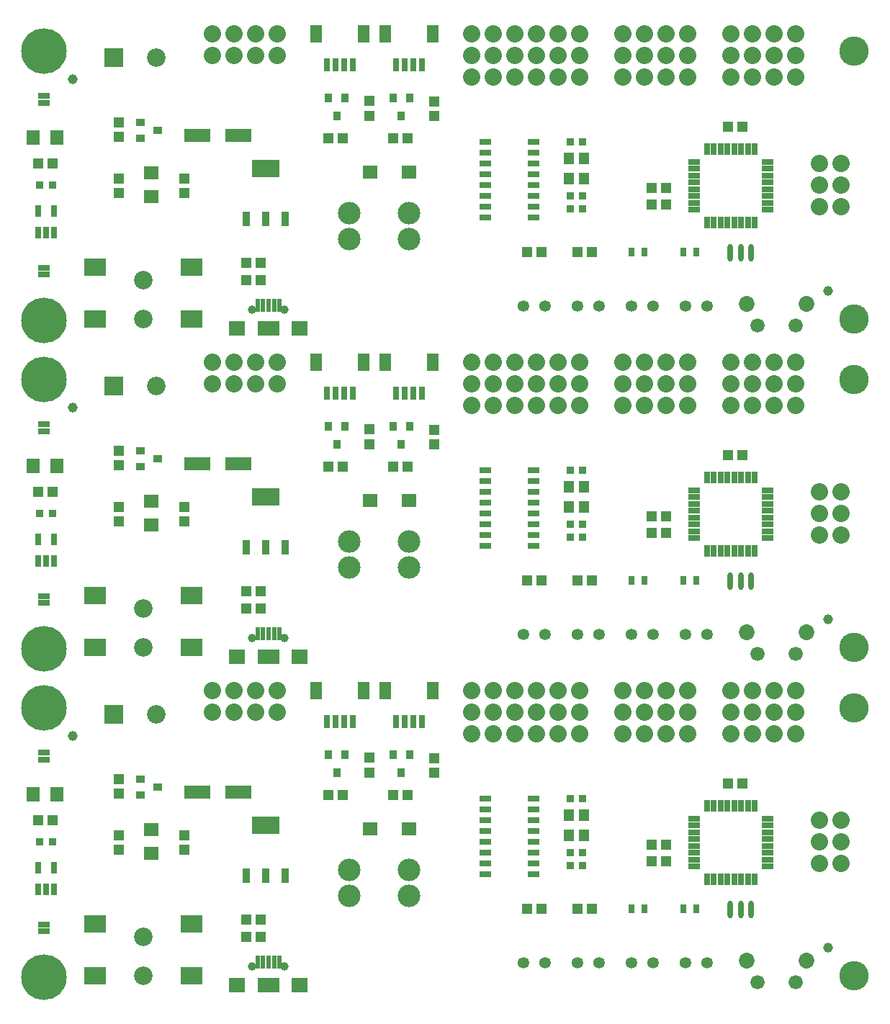
<source format=gts>
G04 #@! TF.FileFunction,Soldermask,Top*
%FSLAX46Y46*%
G04 Gerber Fmt 4.6, Leading zero omitted, Abs format (unit mm)*
G04 Created by KiCad (PCBNEW 4.0.6) date 08/03/17 04:28:43*
%MOMM*%
%LPD*%
G01*
G04 APERTURE LIST*
%ADD10C,0.100000*%
%ADD11C,5.352400*%
%ADD12C,0.652400*%
%ADD13R,0.952400X0.902400*%
%ADD14R,0.701040X1.351280*%
%ADD15R,1.422400X0.787400*%
%ADD16R,1.750060X1.551940*%
%ADD17R,1.150620X1.252220*%
%ADD18R,2.550160X2.151380*%
%ADD19C,2.184400*%
%ADD20R,0.551180X1.600200*%
%ADD21R,1.950720X1.651000*%
%ADD22R,2.651760X1.651000*%
%ADD23C,1.000760*%
%ADD24R,1.252220X1.150620*%
%ADD25R,0.965200X1.676400*%
%ADD26R,3.276600X2.057400*%
%ADD27R,0.751840X1.501140*%
%ADD28R,1.351280X2.151380*%
%ADD29R,0.949960X1.051560*%
%ADD30R,3.152140X1.551940*%
%ADD31C,2.032000*%
%ADD32R,1.051560X0.949960*%
%ADD33R,2.184400X2.184400*%
%ADD34C,1.150620*%
%ADD35R,1.551940X1.750060*%
%ADD36C,2.652400*%
%ADD37R,1.676400X1.620520*%
%ADD38R,1.351280X0.751840*%
%ADD39C,3.454400*%
%ADD40C,1.852400*%
%ADD41C,1.676400*%
%ADD42O,0.601980X2.057400*%
%ADD43R,0.711200X1.422400*%
%ADD44R,1.422400X0.711200*%
%ADD45C,1.352400*%
%ADD46R,0.652400X1.052400*%
%ADD47R,1.252220X1.351280*%
G04 APERTURE END LIST*
D10*
D11*
X41783000Y-155871001D03*
D12*
X43815000Y-155871001D03*
X39751000Y-155871001D03*
X41783000Y-153839001D03*
X41783000Y-157903001D03*
X43307000Y-157395001D03*
X43307000Y-154347001D03*
X40259000Y-154347001D03*
X40259000Y-157395001D03*
D11*
X41783000Y-117263001D03*
D12*
X43815000Y-117263001D03*
X39751000Y-117263001D03*
X41783000Y-115231001D03*
X41783000Y-119295001D03*
X43307000Y-118787001D03*
X43307000Y-115739001D03*
X40259000Y-115739001D03*
X40259000Y-118787001D03*
D13*
X42799000Y-139954000D03*
X41299000Y-139954000D03*
X42799000Y-101346000D03*
X41299000Y-101346000D03*
D14*
X41061640Y-145620740D03*
X42011600Y-145620740D03*
X42959020Y-145620740D03*
X42959020Y-143024860D03*
X41061640Y-143024860D03*
X41061640Y-107012740D03*
X42011600Y-107012740D03*
X42959020Y-107012740D03*
X42959020Y-104416860D03*
X41061640Y-104416860D03*
D15*
X41783000Y-150520400D03*
X41783000Y-149707600D03*
X41783000Y-111912400D03*
X41783000Y-111099600D03*
D16*
X54356000Y-138551920D03*
X54356000Y-141351000D03*
X54356000Y-99943920D03*
X54356000Y-102743000D03*
D17*
X50546000Y-139232640D03*
X50546000Y-140929360D03*
X50546000Y-100624640D03*
X50546000Y-102321360D03*
D18*
X59166760Y-155702000D03*
X59166760Y-149603460D03*
X47767240Y-155702000D03*
X47767240Y-149603460D03*
D19*
X53467000Y-155702000D03*
X53467000Y-151130000D03*
D18*
X59166760Y-117094000D03*
X59166760Y-110995460D03*
X47767240Y-117094000D03*
X47767240Y-110995460D03*
D19*
X53467000Y-117094000D03*
X53467000Y-112522000D03*
D17*
X58293000Y-140929360D03*
X58293000Y-139232640D03*
X58293000Y-102321360D03*
X58293000Y-100624640D03*
D20*
X68186300Y-154122120D03*
X67538600Y-154122120D03*
X69484240Y-154122120D03*
X68834000Y-154122120D03*
D21*
X64503300Y-156845000D03*
X71869300Y-156845000D03*
D22*
X68186300Y-156845000D03*
D20*
X66888360Y-154122120D03*
D23*
X66286380Y-154645360D03*
X70086220Y-154645360D03*
D20*
X68186300Y-115514120D03*
X67538600Y-115514120D03*
X69484240Y-115514120D03*
X68834000Y-115514120D03*
D21*
X64503300Y-118237000D03*
X71869300Y-118237000D03*
D22*
X68186300Y-118237000D03*
D20*
X66888360Y-115514120D03*
D23*
X66286380Y-116037360D03*
X70086220Y-116037360D03*
D24*
X67269360Y-149098000D03*
X65572640Y-149098000D03*
X67269360Y-110490000D03*
X65572640Y-110490000D03*
D25*
X65547240Y-143990060D03*
X67818000Y-143990060D03*
X70104000Y-143990060D03*
D26*
X67818000Y-138051540D03*
D25*
X65547240Y-105382060D03*
X67818000Y-105382060D03*
X70104000Y-105382060D03*
D26*
X67818000Y-99443540D03*
D24*
X65572640Y-151180800D03*
X67269360Y-151180800D03*
X65572640Y-112572800D03*
X67269360Y-112572800D03*
D27*
X78084680Y-125846840D03*
X77083920Y-125846840D03*
X76088240Y-125846840D03*
X75087480Y-125846840D03*
D28*
X73787000Y-122174000D03*
X79385160Y-122174000D03*
D27*
X78084680Y-87238840D03*
X77083920Y-87238840D03*
X76088240Y-87238840D03*
X75087480Y-87238840D03*
D28*
X73787000Y-83566000D03*
X79385160Y-83566000D03*
D29*
X77149960Y-129730500D03*
X75250040Y-129730500D03*
X76200000Y-131828540D03*
X77149960Y-91122500D03*
X75250040Y-91122500D03*
X76200000Y-93220540D03*
D30*
X64643000Y-134112000D03*
X59847480Y-134112000D03*
X64643000Y-95504000D03*
X59847480Y-95504000D03*
D31*
X61595000Y-124714000D03*
X64135000Y-124714000D03*
X66675000Y-124714000D03*
X69215000Y-124714000D03*
X61595000Y-86106000D03*
X64135000Y-86106000D03*
X66675000Y-86106000D03*
X69215000Y-86106000D03*
D24*
X75250040Y-134493000D03*
X76946760Y-134493000D03*
X75250040Y-95885000D03*
X76946760Y-95885000D03*
D31*
X69215000Y-122174000D03*
X66675000Y-122174000D03*
X64135000Y-122174000D03*
X61595000Y-122174000D03*
X69215000Y-83566000D03*
X66675000Y-83566000D03*
X64135000Y-83566000D03*
X61595000Y-83566000D03*
D11*
X41783000Y-124206000D03*
D12*
X43815000Y-124206000D03*
X39751000Y-124206000D03*
X41783000Y-122174000D03*
X41783000Y-126238000D03*
X43307000Y-125730000D03*
X43307000Y-122682000D03*
X40259000Y-122682000D03*
X40259000Y-125730000D03*
D11*
X41783000Y-85598000D03*
D12*
X43815000Y-85598000D03*
X39751000Y-85598000D03*
X41783000Y-83566000D03*
X41783000Y-87630000D03*
X43307000Y-87122000D03*
X43307000Y-84074000D03*
X40259000Y-84074000D03*
X40259000Y-87122000D03*
D17*
X50546000Y-132588000D03*
X50546000Y-134284720D03*
X50546000Y-93980000D03*
X50546000Y-95676720D03*
D32*
X53086000Y-132588000D03*
X53086000Y-134485380D03*
X55184040Y-133537960D03*
X53086000Y-93980000D03*
X53086000Y-95877380D03*
X55184040Y-94929960D03*
D15*
X41783000Y-129489200D03*
X41783000Y-130302000D03*
X41783000Y-90881200D03*
X41783000Y-91694000D03*
D33*
X49992280Y-124968000D03*
D19*
X54991000Y-124968000D03*
D33*
X49992280Y-86360000D03*
D19*
X54991000Y-86360000D03*
D34*
X45148500Y-127508000D03*
X45148500Y-88900000D03*
D35*
X43307000Y-134366000D03*
X40507920Y-134366000D03*
X43307000Y-95758000D03*
X40507920Y-95758000D03*
D24*
X42799000Y-137414000D03*
X41102280Y-137414000D03*
X42799000Y-98806000D03*
X41102280Y-98806000D03*
X98592640Y-147828000D03*
X100289360Y-147828000D03*
X98592640Y-109220000D03*
X100289360Y-109220000D03*
D36*
X84709000Y-143304000D03*
X77709000Y-143304000D03*
X84709000Y-146304000D03*
X77709000Y-146304000D03*
X84709000Y-104696000D03*
X77709000Y-104696000D03*
X84709000Y-107696000D03*
X77709000Y-107696000D03*
D37*
X84698840Y-138430000D03*
X80147160Y-138430000D03*
X84698840Y-99822000D03*
X80147160Y-99822000D03*
D38*
X99319080Y-143764000D03*
X99319080Y-142494000D03*
X99319080Y-141224000D03*
X99319080Y-139954000D03*
X99319080Y-138684000D03*
X99319080Y-137414000D03*
X99319080Y-136144000D03*
X99319080Y-134874000D03*
X93720920Y-134874000D03*
X93720920Y-136144000D03*
X93720920Y-137414000D03*
X93720920Y-138684000D03*
X93720920Y-139954000D03*
X93720920Y-141224000D03*
X93720920Y-142494000D03*
X93720920Y-143764000D03*
X99319080Y-105156000D03*
X99319080Y-103886000D03*
X99319080Y-102616000D03*
X99319080Y-101346000D03*
X99319080Y-100076000D03*
X99319080Y-98806000D03*
X99319080Y-97536000D03*
X99319080Y-96266000D03*
X93720920Y-96266000D03*
X93720920Y-97536000D03*
X93720920Y-98806000D03*
X93720920Y-100076000D03*
X93720920Y-101346000D03*
X93720920Y-102616000D03*
X93720920Y-103886000D03*
X93720920Y-105156000D03*
D27*
X86202520Y-125846840D03*
X85201760Y-125846840D03*
X84206080Y-125846840D03*
X83205320Y-125846840D03*
D28*
X81904840Y-122174000D03*
X87503000Y-122174000D03*
D27*
X86202520Y-87238840D03*
X85201760Y-87238840D03*
X84206080Y-87238840D03*
X83205320Y-87238840D03*
D28*
X81904840Y-83566000D03*
X87503000Y-83566000D03*
D31*
X92075000Y-127254000D03*
X94615000Y-127254000D03*
X97155000Y-127254000D03*
X99695000Y-127254000D03*
X102235000Y-127254000D03*
X104775000Y-127254000D03*
X92075000Y-88646000D03*
X94615000Y-88646000D03*
X97155000Y-88646000D03*
X99695000Y-88646000D03*
X102235000Y-88646000D03*
X104775000Y-88646000D03*
X92075000Y-124714000D03*
X94615000Y-124714000D03*
X97155000Y-124714000D03*
X99695000Y-124714000D03*
X102235000Y-124714000D03*
X104775000Y-124714000D03*
X92075000Y-86106000D03*
X94615000Y-86106000D03*
X97155000Y-86106000D03*
X99695000Y-86106000D03*
X102235000Y-86106000D03*
X104775000Y-86106000D03*
X92075000Y-122174000D03*
X94615000Y-122174000D03*
X97155000Y-122174000D03*
X99695000Y-122174000D03*
X102235000Y-122174000D03*
X104775000Y-122174000D03*
X92075000Y-83566000D03*
X94615000Y-83566000D03*
X97155000Y-83566000D03*
X99695000Y-83566000D03*
X102235000Y-83566000D03*
X104775000Y-83566000D03*
D29*
X84754720Y-129743200D03*
X82854800Y-129743200D03*
X83804760Y-131841240D03*
X84754720Y-91135200D03*
X82854800Y-91135200D03*
X83804760Y-93233240D03*
D17*
X87630000Y-131851400D03*
X87630000Y-130154680D03*
X87630000Y-93243400D03*
X87630000Y-91546680D03*
D24*
X82844640Y-134493000D03*
X84541360Y-134493000D03*
X82844640Y-95885000D03*
X84541360Y-95885000D03*
D17*
X80035400Y-131826000D03*
X80035400Y-130129280D03*
X80035400Y-93218000D03*
X80035400Y-91521280D03*
D39*
X137033000Y-124206000D03*
X137033000Y-85598000D03*
D31*
X109855000Y-124714000D03*
X112395000Y-124714000D03*
X114935000Y-124714000D03*
X117475000Y-124714000D03*
X109855000Y-86106000D03*
X112395000Y-86106000D03*
X114935000Y-86106000D03*
X117475000Y-86106000D03*
X109855000Y-127254000D03*
X112395000Y-127254000D03*
X114935000Y-127254000D03*
X117475000Y-127254000D03*
X109855000Y-88646000D03*
X112395000Y-88646000D03*
X114935000Y-88646000D03*
X117475000Y-88646000D03*
X122555000Y-122174000D03*
X125095000Y-122174000D03*
X127635000Y-122174000D03*
X130175000Y-122174000D03*
X122555000Y-83566000D03*
X125095000Y-83566000D03*
X127635000Y-83566000D03*
X130175000Y-83566000D03*
X122555000Y-124714000D03*
X125095000Y-124714000D03*
X127635000Y-124714000D03*
X130175000Y-124714000D03*
X122555000Y-86106000D03*
X125095000Y-86106000D03*
X127635000Y-86106000D03*
X130175000Y-86106000D03*
X122555000Y-127254000D03*
X125095000Y-127254000D03*
X127635000Y-127254000D03*
X130175000Y-127254000D03*
X122555000Y-88646000D03*
X125095000Y-88646000D03*
X127635000Y-88646000D03*
X130175000Y-88646000D03*
X109855000Y-122174000D03*
X112395000Y-122174000D03*
X114935000Y-122174000D03*
X117475000Y-122174000D03*
X109855000Y-83566000D03*
X112395000Y-83566000D03*
X114935000Y-83566000D03*
X117475000Y-83566000D03*
X132943600Y-137414000D03*
X135483600Y-137414000D03*
X132943600Y-139954000D03*
X135483600Y-139954000D03*
X132943600Y-142494000D03*
X135483600Y-142494000D03*
X132943600Y-98806000D03*
X135483600Y-98806000D03*
X132943600Y-101346000D03*
X135483600Y-101346000D03*
X132943600Y-103886000D03*
X135483600Y-103886000D03*
D40*
X131425000Y-153964000D03*
D41*
X130175000Y-156464000D03*
X125675000Y-156464000D03*
D40*
X124425000Y-153964000D03*
X131425000Y-115356000D03*
D41*
X130175000Y-117856000D03*
X125675000Y-117856000D03*
D40*
X124425000Y-115356000D03*
D42*
X122499120Y-147955000D03*
X123698000Y-147955000D03*
X124896880Y-147955000D03*
X122499120Y-109347000D03*
X123698000Y-109347000D03*
X124896880Y-109347000D03*
D39*
X137033000Y-155702000D03*
X137033000Y-117094000D03*
D24*
X123911360Y-133096000D03*
X122214640Y-133096000D03*
X123911360Y-94488000D03*
X122214640Y-94488000D03*
D34*
X133985000Y-152400000D03*
X133985000Y-113792000D03*
D43*
X119755920Y-144373600D03*
X120556020Y-144373600D03*
X121356120Y-144373600D03*
X122156220Y-144373600D03*
X122953780Y-144373600D03*
X123753880Y-144373600D03*
X124553980Y-144373600D03*
X125354080Y-144373600D03*
D44*
X126847600Y-142880080D03*
X126847600Y-142079980D03*
X126847600Y-141279880D03*
X126847600Y-140479780D03*
X126847600Y-139682220D03*
X126847600Y-138882120D03*
X126847600Y-138082020D03*
X126847600Y-137281920D03*
D43*
X125354080Y-135790940D03*
X124553980Y-135790940D03*
X123753880Y-135790940D03*
X122953780Y-135790940D03*
X122156220Y-135790940D03*
X121356120Y-135790940D03*
X120556020Y-135790940D03*
X119755920Y-135790940D03*
D44*
X118264940Y-137281920D03*
X118264940Y-138082020D03*
X118264940Y-138882120D03*
X118264940Y-139682220D03*
X118264940Y-140479780D03*
X118264940Y-141279880D03*
X118264940Y-142079980D03*
X118264940Y-142880080D03*
D43*
X119755920Y-105765600D03*
X120556020Y-105765600D03*
X121356120Y-105765600D03*
X122156220Y-105765600D03*
X122953780Y-105765600D03*
X123753880Y-105765600D03*
X124553980Y-105765600D03*
X125354080Y-105765600D03*
D44*
X126847600Y-104272080D03*
X126847600Y-103471980D03*
X126847600Y-102671880D03*
X126847600Y-101871780D03*
X126847600Y-101074220D03*
X126847600Y-100274120D03*
X126847600Y-99474020D03*
X126847600Y-98673920D03*
D43*
X125354080Y-97182940D03*
X124553980Y-97182940D03*
X123753880Y-97182940D03*
X122953780Y-97182940D03*
X122156220Y-97182940D03*
X121356120Y-97182940D03*
X120556020Y-97182940D03*
X119755920Y-97182940D03*
D44*
X118264940Y-98673920D03*
X118264940Y-99474020D03*
X118264940Y-100274120D03*
X118264940Y-101074220D03*
X118264940Y-101871780D03*
X118264940Y-102671880D03*
X118264940Y-103471980D03*
X118264940Y-104272080D03*
D45*
X107061000Y-154178000D03*
X104521000Y-154178000D03*
X107061000Y-115570000D03*
X104521000Y-115570000D03*
X113411000Y-154178000D03*
X110871000Y-154178000D03*
X113411000Y-115570000D03*
X110871000Y-115570000D03*
D24*
X113238280Y-140335000D03*
X114935000Y-140335000D03*
X113238280Y-101727000D03*
X114935000Y-101727000D03*
D45*
X100711000Y-154178000D03*
X98171000Y-154178000D03*
X100711000Y-115570000D03*
X98171000Y-115570000D03*
X119761000Y-154178000D03*
X117221000Y-154178000D03*
X119761000Y-115570000D03*
X117221000Y-115570000D03*
D46*
X116991000Y-147828000D03*
X118491000Y-147828000D03*
X116991000Y-109220000D03*
X118491000Y-109220000D03*
D24*
X114935000Y-142240000D03*
X113238280Y-142240000D03*
X114935000Y-103632000D03*
X113238280Y-103632000D03*
D46*
X112371000Y-147828000D03*
X110871000Y-147828000D03*
X112371000Y-109220000D03*
X110871000Y-109220000D03*
D47*
X103520240Y-136875520D03*
X103520240Y-139222480D03*
X105267760Y-139222480D03*
X105267760Y-136875520D03*
X103520240Y-98267520D03*
X103520240Y-100614480D03*
X105267760Y-100614480D03*
X105267760Y-98267520D03*
D13*
X103644000Y-142748000D03*
X105144000Y-142748000D03*
X103644000Y-104140000D03*
X105144000Y-104140000D03*
X105144000Y-141224000D03*
X103644000Y-141224000D03*
X105144000Y-102616000D03*
X103644000Y-102616000D03*
D24*
X106217720Y-147828000D03*
X104521000Y-147828000D03*
X106217720Y-109220000D03*
X104521000Y-109220000D03*
D13*
X103644000Y-134874000D03*
X105144000Y-134874000D03*
X103644000Y-96266000D03*
X105144000Y-96266000D03*
D38*
X99319080Y-66548000D03*
X99319080Y-65278000D03*
X99319080Y-64008000D03*
X99319080Y-62738000D03*
X99319080Y-61468000D03*
X99319080Y-60198000D03*
X99319080Y-58928000D03*
X99319080Y-57658000D03*
X93720920Y-57658000D03*
X93720920Y-58928000D03*
X93720920Y-60198000D03*
X93720920Y-61468000D03*
X93720920Y-62738000D03*
X93720920Y-64008000D03*
X93720920Y-65278000D03*
X93720920Y-66548000D03*
D24*
X98592640Y-70612000D03*
X100289360Y-70612000D03*
X106217720Y-70612000D03*
X104521000Y-70612000D03*
D46*
X112371000Y-70612000D03*
X110871000Y-70612000D03*
X116991000Y-70612000D03*
X118491000Y-70612000D03*
D24*
X123911360Y-55880000D03*
X122214640Y-55880000D03*
X114935000Y-65024000D03*
X113238280Y-65024000D03*
X113238280Y-63119000D03*
X114935000Y-63119000D03*
D13*
X103644000Y-65532000D03*
X105144000Y-65532000D03*
X105144000Y-64008000D03*
X103644000Y-64008000D03*
D14*
X41061640Y-68404740D03*
X42011600Y-68404740D03*
X42959020Y-68404740D03*
X42959020Y-65808860D03*
X41061640Y-65808860D03*
D13*
X42799000Y-62738000D03*
X41299000Y-62738000D03*
X103644000Y-57658000D03*
X105144000Y-57658000D03*
D24*
X75250040Y-57277000D03*
X76946760Y-57277000D03*
D17*
X80035400Y-54610000D03*
X80035400Y-52913280D03*
D24*
X82844640Y-57277000D03*
X84541360Y-57277000D03*
D17*
X87630000Y-54635400D03*
X87630000Y-52938680D03*
D29*
X84754720Y-52527200D03*
X82854800Y-52527200D03*
X83804760Y-54625240D03*
X77149960Y-52514500D03*
X75250040Y-52514500D03*
X76200000Y-54612540D03*
D24*
X65572640Y-73964800D03*
X67269360Y-73964800D03*
X67269360Y-71882000D03*
X65572640Y-71882000D03*
D20*
X68186300Y-76906120D03*
X67538600Y-76906120D03*
X69484240Y-76906120D03*
X68834000Y-76906120D03*
D21*
X64503300Y-79629000D03*
X71869300Y-79629000D03*
D22*
X68186300Y-79629000D03*
D20*
X66888360Y-76906120D03*
D23*
X66286380Y-77429360D03*
X70086220Y-77429360D03*
D18*
X59166760Y-78486000D03*
X59166760Y-72387460D03*
X47767240Y-78486000D03*
X47767240Y-72387460D03*
D19*
X53467000Y-78486000D03*
X53467000Y-73914000D03*
D37*
X84698840Y-61214000D03*
X80147160Y-61214000D03*
D30*
X64643000Y-56896000D03*
X59847480Y-56896000D03*
D25*
X65547240Y-66774060D03*
X67818000Y-66774060D03*
X70104000Y-66774060D03*
D26*
X67818000Y-60835540D03*
D17*
X58293000Y-63713360D03*
X58293000Y-62016640D03*
X50546000Y-62016640D03*
X50546000Y-63713360D03*
D32*
X53086000Y-55372000D03*
X53086000Y-57269380D03*
X55184040Y-56321960D03*
D17*
X50546000Y-55372000D03*
X50546000Y-57068720D03*
D24*
X42799000Y-60198000D03*
X41102280Y-60198000D03*
D42*
X122499120Y-70739000D03*
X123698000Y-70739000D03*
X124896880Y-70739000D03*
D31*
X122555000Y-50038000D03*
X125095000Y-50038000D03*
X127635000Y-50038000D03*
X130175000Y-50038000D03*
X122555000Y-47498000D03*
X125095000Y-47498000D03*
X127635000Y-47498000D03*
X130175000Y-47498000D03*
X122555000Y-44958000D03*
X125095000Y-44958000D03*
X127635000Y-44958000D03*
X130175000Y-44958000D03*
X109855000Y-50038000D03*
X112395000Y-50038000D03*
X114935000Y-50038000D03*
X117475000Y-50038000D03*
X109855000Y-47498000D03*
X112395000Y-47498000D03*
X114935000Y-47498000D03*
X117475000Y-47498000D03*
X109855000Y-44958000D03*
X112395000Y-44958000D03*
X114935000Y-44958000D03*
X117475000Y-44958000D03*
X92075000Y-50038000D03*
X94615000Y-50038000D03*
X97155000Y-50038000D03*
X99695000Y-50038000D03*
X102235000Y-50038000D03*
X104775000Y-50038000D03*
X92075000Y-47498000D03*
X94615000Y-47498000D03*
X97155000Y-47498000D03*
X99695000Y-47498000D03*
X102235000Y-47498000D03*
X104775000Y-47498000D03*
X92075000Y-44958000D03*
X94615000Y-44958000D03*
X97155000Y-44958000D03*
X99695000Y-44958000D03*
X102235000Y-44958000D03*
X104775000Y-44958000D03*
X61595000Y-47498000D03*
X64135000Y-47498000D03*
X66675000Y-47498000D03*
X69215000Y-47498000D03*
X69215000Y-44958000D03*
X66675000Y-44958000D03*
X64135000Y-44958000D03*
X61595000Y-44958000D03*
D36*
X84709000Y-66088000D03*
X77709000Y-66088000D03*
X84709000Y-69088000D03*
X77709000Y-69088000D03*
D40*
X131425000Y-76748000D03*
D41*
X130175000Y-79248000D03*
X125675000Y-79248000D03*
D40*
X124425000Y-76748000D03*
D16*
X54356000Y-61335920D03*
X54356000Y-64135000D03*
D35*
X43307000Y-57150000D03*
X40507920Y-57150000D03*
D45*
X119761000Y-76962000D03*
X117221000Y-76962000D03*
X113411000Y-76962000D03*
X110871000Y-76962000D03*
D39*
X137033000Y-78486000D03*
X137033000Y-46990000D03*
D34*
X45148500Y-50292000D03*
X133985000Y-75184000D03*
D43*
X119755920Y-67157600D03*
X120556020Y-67157600D03*
X121356120Y-67157600D03*
X122156220Y-67157600D03*
X122953780Y-67157600D03*
X123753880Y-67157600D03*
X124553980Y-67157600D03*
X125354080Y-67157600D03*
D44*
X126847600Y-65664080D03*
X126847600Y-64863980D03*
X126847600Y-64063880D03*
X126847600Y-63263780D03*
X126847600Y-62466220D03*
X126847600Y-61666120D03*
X126847600Y-60866020D03*
X126847600Y-60065920D03*
D43*
X125354080Y-58574940D03*
X124553980Y-58574940D03*
X123753880Y-58574940D03*
X122953780Y-58574940D03*
X122156220Y-58574940D03*
X121356120Y-58574940D03*
X120556020Y-58574940D03*
X119755920Y-58574940D03*
D44*
X118264940Y-60065920D03*
X118264940Y-60866020D03*
X118264940Y-61666120D03*
X118264940Y-62466220D03*
X118264940Y-63263780D03*
X118264940Y-64063880D03*
X118264940Y-64863980D03*
X118264940Y-65664080D03*
D47*
X103520240Y-59659520D03*
X103520240Y-62006480D03*
X105267760Y-62006480D03*
X105267760Y-59659520D03*
D45*
X100711000Y-76962000D03*
X98171000Y-76962000D03*
X107061000Y-76962000D03*
X104521000Y-76962000D03*
D27*
X86202520Y-48630840D03*
X85201760Y-48630840D03*
X84206080Y-48630840D03*
X83205320Y-48630840D03*
D28*
X81904840Y-44958000D03*
X87503000Y-44958000D03*
D27*
X78084680Y-48630840D03*
X77083920Y-48630840D03*
X76088240Y-48630840D03*
X75087480Y-48630840D03*
D28*
X73787000Y-44958000D03*
X79385160Y-44958000D03*
D33*
X49992280Y-47752000D03*
D19*
X54991000Y-47752000D03*
D15*
X41783000Y-52273200D03*
X41783000Y-53086000D03*
X41783000Y-73304400D03*
X41783000Y-72491600D03*
D11*
X41783000Y-46990000D03*
D12*
X43815000Y-46990000D03*
X39751000Y-46990000D03*
X41783000Y-44958000D03*
X41783000Y-49022000D03*
X43307000Y-48514000D03*
X43307000Y-45466000D03*
X40259000Y-45466000D03*
X40259000Y-48514000D03*
D11*
X41783000Y-78655001D03*
D12*
X43815000Y-78655001D03*
X39751000Y-78655001D03*
X41783000Y-76623001D03*
X41783000Y-80687001D03*
X43307000Y-80179001D03*
X43307000Y-77131001D03*
X40259000Y-77131001D03*
X40259000Y-80179001D03*
D31*
X132943600Y-60198000D03*
X135483600Y-60198000D03*
X132943600Y-62738000D03*
X135483600Y-62738000D03*
X132943600Y-65278000D03*
X135483600Y-65278000D03*
M02*

</source>
